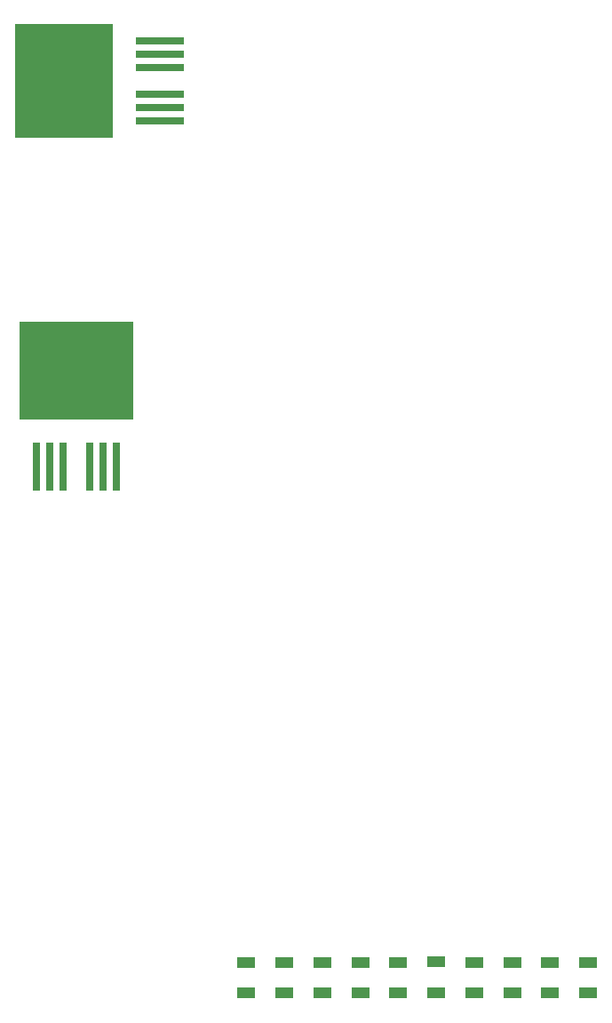
<source format=gbr>
%FSTAX23Y23*%
%MOIN*%
%SFA1B1*%

%IPPOS*%
%ADD23R,0.066929X0.041339*%
%ADD51R,0.031496X0.181102*%
%ADD52R,0.425197X0.370079*%
%ADD53R,0.181102X0.031496*%
%ADD54R,0.370079X0.425197*%
%LNpms_board_paste_bot-1*%
%LPD*%
G54D23*
X02653Y01156D03*
Y0104D03*
X0251Y01156D03*
Y0104D03*
X02368Y01156D03*
Y0104D03*
X02225Y01156D03*
Y0104D03*
X02083Y01157D03*
Y01041D03*
X0194Y01156D03*
Y0104D03*
X01797Y01156D03*
Y0104D03*
X01655Y01156D03*
Y0104D03*
X01512Y01156D03*
Y0104D03*
X0137Y01156D03*
Y0104D03*
G54D51*
X00882Y03013D03*
X00832D03*
X00782D03*
X00682D03*
X00632D03*
X00582D03*
G54D52*
X00732Y03374D03*
G54D53*
X01045Y0461D03*
Y0456D03*
Y0451D03*
Y0441D03*
Y0436D03*
Y0431D03*
G54D54*
X00685Y0446D03*
M02*
</source>
